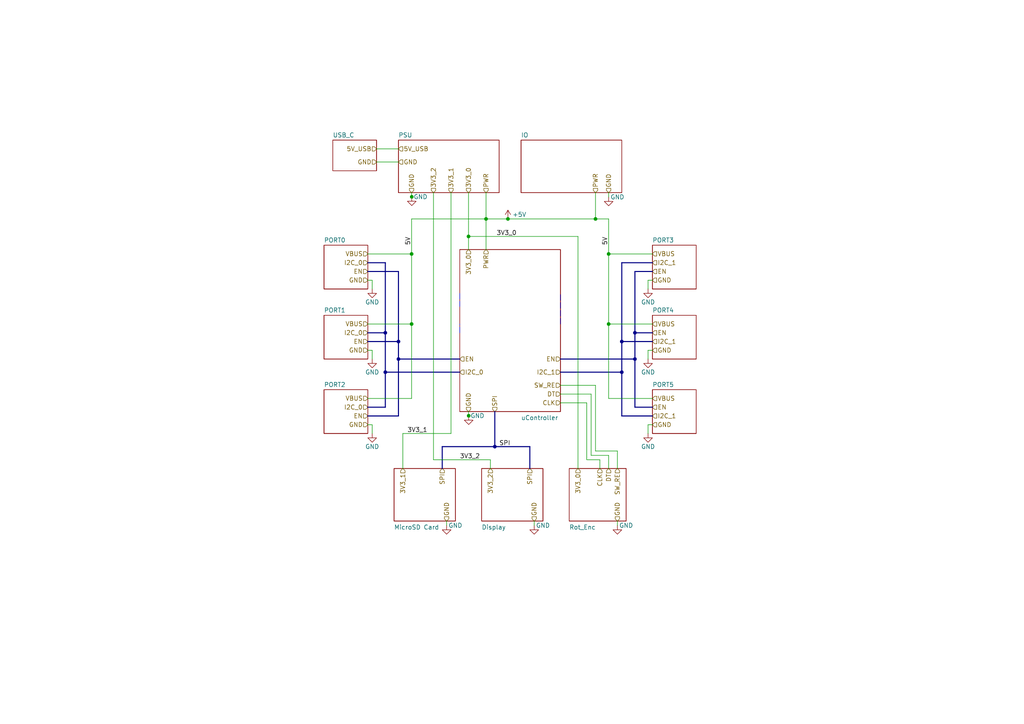
<source format=kicad_sch>
(kicad_sch (version 20211123) (generator eeschema)
  (paper "A4")
  (title_block (date "2022-12-27") (rev "0.1") (company "ncAudio"))
  (lib_symbols
    (symbol "power:+5V" (power) (pin_names (offset 0))
      (property "Value" "+5V" (at 0 3.556 0))
      (symbol "+5V_0_1"
        (polyline (pts (xy -0.762 1.27) (xy 0 2.54)))
        (polyline (pts (xy 0 0) (xy 0 2.54)))
        (polyline (pts (xy 0 2.54) (xy 0.762 1.27)))
      )
      (symbol "+5V_1_1"
        (pin power_in line (at 0 0 90) (length 0) hide (name "+5V") (number "1"))
      )
    )
    (symbol "power:GND" (power) (pin_names (offset 0))
      (property "Value" "GND" (at 0 -3.81 0))
      (symbol "GND_0_1"
        (polyline (pts (xy 0 0) (xy 0 -1.27) (xy 1.27 -1.27) (xy 0 -2.54) (xy -1.27 -1.27) (xy 0 -1.27)))
      )
      (symbol "GND_1_1"
        (pin power_in line (at 0 0 270) (length 0) hide (name "GND") (number "1"))
      )
    )
  )
  (junction (at 180.34 99.06))
  (junction (at 143.51 129.54))
  (junction (at 135.89 68.58))
  (junction (at 176.53 93.98))
  (junction (at 119.38 73.66))
  (junction (at 119.4316 57.0879))
  (junction (at 115.57 104.14))
  (junction (at 115.57 99.06))
  (junction (at 147.32 63.5))
  (junction (at 180.34 107.95))
  (junction (at 184.15 96.52))
  (junction (at 119.38 93.98))
  (junction (at 135.9416 120.5879))
  (junction (at 140.97 63.5))
  (junction (at 172.72 63.5))
  (junction (at 184.15 104.14))
  (junction (at 111.76 107.95))
  (junction (at 111.76 96.52))
  (junction (at 176.53 73.66))
  (wire (pts (xy 140.97 63.5) (xy 140.97 72.39)))
  (wire (pts (xy 119.38 73.66) (xy 119.38 93.98)))
  (bus (pts (xy 162.56 104.14) (xy 184.15 104.14)))
  (wire (pts (xy 176.53 132.08) (xy 176.53 135.89)))
  (wire (pts (xy 176.53 115.57) (xy 189.23 115.57)))
  (bus (pts (xy 143.51 129.54) (xy 153.67 129.54)))
  (wire (pts (xy 119.38 55.88) (xy 119.38 57.15)))
  (wire (pts (xy 187.96 123.19) (xy 189.23 123.19)))
  (wire (pts (xy 176.53 93.98) (xy 176.53 115.57)))
  (wire (pts (xy 187.96 101.6) (xy 189.23 101.6)))
  (wire (pts (xy 135.89 119.38) (xy 135.89 120.65)))
  (wire (pts (xy 106.68 101.6) (xy 107.95 101.6)))
  (bus (pts (xy 184.15 104.14) (xy 184.15 118.11)))
  (wire (pts (xy 176.53 63.5) (xy 172.72 63.5)))
  (bus (pts (xy 180.34 120.65) (xy 189.23 120.65)))
  (wire (pts (xy 189.23 73.66) (xy 176.53 73.66)))
  (bus (pts (xy 189.23 78.74) (xy 184.15 78.74)))
  (wire (pts (xy 172.72 130.81) (xy 172.72 111.76)))
  (wire (pts (xy 171.45 114.3) (xy 171.45 132.08)))
  (wire (pts (xy 106.68 115.57) (xy 119.38 115.57)))
  (wire (pts (xy 172.72 111.76) (xy 162.56 111.76)))
  (wire (pts (xy 109.22 43.18) (xy 115.57 43.18)))
  (wire (pts (xy 130.81 125.73) (xy 116.84 125.73)))
  (bus (pts (xy 184.15 96.52) (xy 189.23 96.52)))
  (wire (pts (xy 106.68 81.28) (xy 107.95 81.28)))
  (wire (pts (xy 125.73 133.35) (xy 142.24 133.35)))
  (bus (pts (xy 111.76 107.95) (xy 133.35 107.95)))
  (wire (pts (xy 176.53 55.88) (xy 176.53 57.15)))
  (bus (pts (xy 111.76 118.11) (xy 111.76 107.95)))
  (bus (pts (xy 111.76 107.95) (xy 111.76 96.52)))
  (bus (pts (xy 184.15 96.52) (xy 184.15 104.14)))
  (wire (pts (xy 176.53 93.98) (xy 189.23 93.98)))
  (bus (pts (xy 189.23 76.2) (xy 180.34 76.2)))
  (wire (pts (xy 173.99 135.89) (xy 173.99 133.35)))
  (bus (pts (xy 180.34 99.06) (xy 180.34 107.95)))
  (wire (pts (xy 187.96 81.28) (xy 189.23 81.28)))
  (wire (pts (xy 167.64 68.58) (xy 167.64 135.89)))
  (polyline (pts (xy 133.35 96.52) (xy 133.35 93.98)))
  (bus (pts (xy 184.15 118.11) (xy 189.23 118.11)))
  (wire (pts (xy 142.24 133.35) (xy 142.24 135.89)))
  (wire (pts (xy 162.56 114.3) (xy 171.45 114.3)))
  (wire (pts (xy 179.07 151.13) (xy 179.07 152.4)))
  (wire (pts (xy 147.32 63.5) (xy 172.72 63.5)))
  (wire (pts (xy 170.18 133.35) (xy 170.18 116.84)))
  (bus (pts (xy 106.68 118.11) (xy 111.76 118.11)))
  (bus (pts (xy 111.76 96.52) (xy 106.68 96.52)))
  (polyline (pts (xy 133.35 85.09) (xy 133.35 88.9)))
  (wire (pts (xy 187.96 104.14) (xy 187.96 101.6)))
  (bus (pts (xy 106.68 99.06) (xy 115.57 99.06)))
  (wire (pts (xy 147.32 63.5) (xy 140.97 63.5)))
  (bus (pts (xy 111.76 76.2) (xy 106.68 76.2)))
  (wire (pts (xy 179.07 135.89) (xy 179.07 130.81)))
  (wire (pts (xy 135.89 68.58) (xy 167.64 68.58)))
  (wire (pts (xy 107.95 125.73) (xy 107.95 123.19)))
  (bus (pts (xy 143.51 119.38) (xy 143.51 129.54)))
  (wire (pts (xy 179.07 130.81) (xy 172.72 130.81)))
  (wire (pts (xy 106.68 73.66) (xy 119.38 73.66)))
  (polyline (pts (xy 162.56 93.98) (xy 162.56 85.09)))
  (wire (pts (xy 135.89 55.88) (xy 135.89 68.58)))
  (wire (pts (xy 130.81 55.88) (xy 130.81 125.73)))
  (wire (pts (xy 106.68 123.19) (xy 107.95 123.19)))
  (wire (pts (xy 119.38 63.5) (xy 119.38 73.66)))
  (bus (pts (xy 162.56 107.95) (xy 180.34 107.95)))
  (wire (pts (xy 187.96 125.73) (xy 187.96 123.19)))
  (bus (pts (xy 180.34 99.06) (xy 189.23 99.06)))
  (wire (pts (xy 119.38 63.5) (xy 140.97 63.5)))
  (bus (pts (xy 115.57 99.06) (xy 115.57 78.74)))
  (wire (pts (xy 173.99 133.35) (xy 170.18 133.35)))
  (wire (pts (xy 171.45 132.08) (xy 176.53 132.08)))
  (bus (pts (xy 115.57 78.74) (xy 106.68 78.74)))
  (wire (pts (xy 140.97 55.88) (xy 140.97 63.5)))
  (wire (pts (xy 172.72 55.88) (xy 172.72 63.5)))
  (wire (pts (xy 129.54 151.13) (xy 129.54 152.4)))
  (wire (pts (xy 107.95 83.82) (xy 107.95 81.28)))
  (bus (pts (xy 115.57 104.14) (xy 115.57 120.65)))
  (bus (pts (xy 128.27 129.54) (xy 143.51 129.54)))
  (bus (pts (xy 115.57 120.65) (xy 106.68 120.65)))
  (bus (pts (xy 184.15 78.74) (xy 184.15 96.52)))
  (bus (pts (xy 180.34 107.95) (xy 180.34 120.65)))
  (wire (pts (xy 107.95 104.14) (xy 107.95 101.6)))
  (wire (pts (xy 176.53 73.66) (xy 176.53 93.98)))
  (bus (pts (xy 153.67 129.54) (xy 153.67 135.89)))
  (bus (pts (xy 115.57 104.14) (xy 115.57 99.06)))
  (wire (pts (xy 170.18 116.84) (xy 162.56 116.84)))
  (wire (pts (xy 109.22 46.99) (xy 115.57 46.99)))
  (bus (pts (xy 111.76 96.52) (xy 111.76 76.2)))
  (wire (pts (xy 116.84 125.73) (xy 116.84 135.89)))
  (wire (pts (xy 154.94 151.13) (xy 154.94 152.4)))
  (bus (pts (xy 128.27 129.54) (xy 128.27 135.89)))
  (bus (pts (xy 133.35 104.14) (xy 115.57 104.14)))
  (wire (pts (xy 187.96 83.82) (xy 187.96 81.28)))
  (wire (pts (xy 125.73 55.88) (xy 125.73 133.35)))
  (wire (pts (xy 135.89 68.58) (xy 135.89 72.39)))
  (wire (pts (xy 176.53 73.66) (xy 176.53 63.5)))
  (wire (pts (xy 119.38 93.98) (xy 119.38 115.57)))
  (bus (pts (xy 180.34 76.2) (xy 180.34 99.06)))
  (wire (pts (xy 106.68 93.98) (xy 119.38 93.98)))
  (label "3V3_2" (at 133.35 133.35 0))
  (label "SPI" (at 144.78 129.54 0))
  (label "3V3_0" (at 149.86 68.58 180))
  (label "5V" (at 176.53 71.12 90))
  (label "5V" (at 119.38 71.12 90))
  (label "3V3_1" (at 118.11 125.73 0))
  (hierarchical_label "GND" (shape input) (at 106.7032 101.5798 180))
  (hierarchical_label "I2C_1" (shape input) (at 189.23 120.65 0))
  (hierarchical_label "3V3_0" (shape input) (at 135.89 72.39 270))
  (hierarchical_label "EN" (shape input) (at 106.68 120.65 180))
  (hierarchical_label "CLK" (shape input) (at 162.56 116.84 180))
  (hierarchical_label "GND" (shape input) (at 154.94 151.13 90))
  (hierarchical_label "VBUS" (shape input) (at 189.2068 73.6287 0))
  (hierarchical_label "GND" (shape input) (at 179.07 151.13 90))
  (hierarchical_label "SW_RE" (shape input) (at 179.07 135.89 270))
  (hierarchical_label "EN" (shape input) (at 189.23 96.52 0))
  (hierarchical_label "I2C_1" (shape input) (at 189.23 99.06 0))
  (hierarchical_label "GND" (shape input) (at 189.23 123.19 0))
  (hierarchical_label "3V3_2" (shape input) (at 142.24 135.89 270))
  (hierarchical_label "GND" (shape input) (at 189.2068 81.2598 0))
  (hierarchical_label "SPI" (shape input) (at 143.51 119.38 90))
  (hierarchical_label "PWR" (shape input) (at 172.72 55.88 90))
  (hierarchical_label "SW_RE" (shape input) (at 162.56 111.76 180))
  (hierarchical_label "3V3_2" (shape input) (at 125.73 55.88 90))
  (hierarchical_label "VBUS" (shape input) (at 106.7032 115.5387 180))
  (hierarchical_label "GND" (shape input) (at 119.38 55.88 90))
  (hierarchical_label "EN" (shape input) (at 189.23 118.11 0))
  (hierarchical_label "EN" (shape input) (at 106.68 78.74 180))
  (hierarchical_label "5V_USB" (shape input) (at 115.57 43.18 0))
  (hierarchical_label "EN" (shape input) (at 133.35 104.14 0))
  (hierarchical_label "DT" (shape input) (at 162.56 114.3 180))
  (hierarchical_label "3V3_0" (shape input) (at 135.89 55.88 90))
  (hierarchical_label "5V_USB" (shape input) (at 109.22 43.18 180))
  (hierarchical_label "I2C_0" (shape input) (at 106.68 96.52 180))
  (hierarchical_label "DT" (shape input) (at 176.53 135.89 270))
  (hierarchical_label "GND" (shape input) (at 129.54 151.13 90))
  (hierarchical_label "I2C_1" (shape input) (at 162.56 107.95 180))
  (hierarchical_label "GND" (shape input) (at 106.7032 81.2598 180))
  (hierarchical_label "GND" (shape input) (at 115.57 46.99 0))
  (hierarchical_label "SPI" (shape input) (at 153.67 135.89 270))
  (hierarchical_label "PWR" (shape input) (at 140.97 72.39 270))
  (hierarchical_label "GND" (shape input) (at 135.89 119.38 90))
  (hierarchical_label "GND" (shape input) (at 109.22 46.99 180))
  (hierarchical_label "GND" (shape input) (at 189.23 101.6 0))
  (hierarchical_label "PWR" (shape input) (at 140.97 55.88 90))
  (hierarchical_label "VBUS" (shape input) (at 189.23 93.98 0))
  (hierarchical_label "VBUS" (shape input) (at 106.7032 73.6287 180))
  (hierarchical_label "3V3_1" (shape input) (at 130.81 55.88 90))
  (hierarchical_label "VBUS" (shape input) (at 189.23 115.57 0))
  (hierarchical_label "I2C_1" (shape input) (at 189.23 76.2 0))
  (hierarchical_label "I2C_0" (shape input) (at 106.68 76.2 180))
  (hierarchical_label "I2C_0" (shape input) (at 106.68 118.11 180))
  (hierarchical_label "VBUS" (shape input) (at 106.7032 93.9487 180))
  (hierarchical_label "EN" (shape input) (at 106.68 99.06 180))
  (hierarchical_label "GND" (shape input) (at 106.7032 123.1698 180))
  (hierarchical_label "SPI" (shape input) (at 128.27 135.89 270))
  (hierarchical_label "I2C_0" (shape input) (at 133.35 107.95 0))
  (hierarchical_label "3V3_0" (shape input) (at 167.64 135.89 270))
  (hierarchical_label "3V3_1" (shape input) (at 116.84 135.89 270))
  (hierarchical_label "CLK" (shape input) (at 173.99 135.89 270))
  (hierarchical_label "GND" (shape input) (at 176.53 55.88 90))
  (hierarchical_label "EN" (shape input) (at 189.23 78.74 0))
  (hierarchical_label "EN" (shape input) (at 162.56 104.14 180))
  (symbol (lib_id "power:GND") (at 176.53 57.15 0) (unit 1)
    (property "Reference" "#PWR?" (effects hide))
    (property "Value" "GND" (at 179.07 57.15 0))
  )
  (symbol (lib_id "power:GND") (at 107.95 104.14 0) (unit 1)
    (property "Reference" "#PWR?" (effects hide))
    (property "Value" "GND" (at 107.95 107.95 0))
  )
  (symbol (lib_id "power:GND") (at 187.96 125.73 0) (unit 1)
    (property "Reference" "#PWR?" (effects hide))
    (property "Value" "GND" (at 187.96 129.54 0))
  )
  (symbol (lib_id "power:GND") (at 129.54 152.4 0) (unit 1)
    (property "Reference" "#PWR?" (effects hide))
    (property "Value" "GND" (at 132.08 152.4 0))
  )
  (symbol (lib_id "power:+5V") (at 147.32 63.5 0) (unit 1)
    (property "Reference" "#PWR?" (effects hide))
    (property "Value" "+5V" (at 148.59 62.23 0) (effects (justify left)))
  )
  (symbol (lib_id "power:GND") (at 187.96 83.82 0) (unit 1)
    (property "Reference" "#PWR?" (effects hide))
    (property "Value" "GND" (at 187.96 87.63 0))
  )
  (symbol (lib_id "power:GND") (at 179.07 152.4 0) (unit 1)
    (property "Reference" "#PWR?" (effects hide))
    (property "Value" "GND" (at 181.61 152.4 0))
  )
  (symbol (lib_id "power:GND") (at 107.95 83.82 0) (unit 1)
    (property "Reference" "#PWR?" (effects hide))
    (property "Value" "GND" (at 107.95 87.63 0))
  )
  (symbol (lib_id "power:GND") (at 154.94 152.4 0) (unit 1)
    (property "Reference" "#PWR?" (effects hide))
    (property "Value" "GND" (at 157.48 152.4 0))
  )
  (symbol (lib_id "power:GND") (at 135.9416 120.5879 0) (unit 1)
    (property "Reference" "#PWR?" (effects hide))
    (property "Value" "GND" (at 138.4816 120.5879 0))
  )
  (symbol (lib_id "power:GND") (at 119.4316 57.0879 0) (unit 1)
    (property "Reference" "#PWR?" (effects hide))
    (property "Value" "GND" (at 121.9716 57.0879 0))
  )
  (symbol (lib_id "power:GND") (at 107.95 125.73 0) (unit 1)
    (property "Reference" "#PWR?" (effects hide))
    (property "Value" "GND" (at 107.95 129.54 0))
  )
  (symbol (lib_id "power:GND") (at 187.96 104.14 0) (unit 1)
    (property "Reference" "#PWR?" (effects hide))
    (property "Value" "GND" (at 187.96 107.95 0))
  )
  (sheet (at 189.23 113.03) (size 12.7 12.7) (stroke (width 0.1524))
    (property "Sheet name" "PORT5" (at 189.23 112.3184 0) (effects (justify left bottom)))
    (property "Sheet file" "PORT5.kicad_sch" (effects hide))
  )
  (sheet (at 189.23 91.44) (size 12.7 12.7) (stroke (width 0.1524))
    (property "Sheet name" "PORT4" (at 189.23 90.7284 0) (effects (justify left bottom)))
    (property "Sheet file" "PORT4.kicad_sch" (effects hide))
  )
  (sheet (at 93.98 113.03) (size 12.7 12.7) (stroke (width 0.1524))
    (property "Sheet name" "PORT2" (at 93.98 112.3184 0) (effects (justify left bottom)))
    (property "Sheet file" "PORT2.kicad_sch" (effects hide))
  )
  (sheet (at 114.3 135.89) (size 17.78 15.24) (stroke (width 0.1524))
    (property "Sheet name" "MicroSD Card" (at 114.3 153.67 0) (effects (justify left bottom)))
    (property "Sheet file" "microSD_Card.kicad_sch" (effects hide))
  )
  (sheet (at 139.7 135.89) (size 17.78 15.24) (stroke (width 0.1524))
    (property "Sheet name" "Display" (at 139.7 153.67 0) (effects (justify left bottom)))
    (property "Sheet file" "display.kicad_sch" (effects hide))
  )
  (sheet (at 165.1 135.89) (size 16.51 15.24) (stroke (width 0.1524))
    (property "Sheet name" "Rot_Enc" (at 165.1 153.67 0) (effects (justify left bottom)))
    (property "Sheet file" "rot_enc.kicad_sch" (effects hide))
  )
  (sheet (at 93.98 91.44) (size 12.7 12.7) (stroke (width 0.1524))
    (property "Sheet name" "PORT1" (at 93.98 90.7284 0) (effects (justify left bottom)))
    (property "Sheet file" "PORT1.kicad_sch" (effects hide))
  )
  (sheet (at 96.52 40.64) (size 12.7 8.89) (stroke (width 0.1524))
    (property "Sheet name" "USB_C" (at 96.52 39.9284 0) (effects (justify left bottom)))
    (property "Sheet file" "USB_C.kicad_sch" (effects hide))
  )
  (sheet (at 151.13 40.64) (size 29.21 15.24) (stroke (width 0.1524))
    (property "Sheet name" "IO" (at 151.13 39.9284 0) (effects (justify left bottom)))
    (property "Sheet file" "IO.kicad_sch" (effects hide))
  )
  (sheet (at 189.23 71.12) (size 12.7 12.7) (stroke (width 0.1524))
    (property "Sheet name" "PORT3" (at 189.23 70.4084 0) (effects (justify left bottom)))
    (property "Sheet file" "PORT3.kicad_sch" (effects hide))
  )
  (sheet (at 115.57 40.64) (size 29.21 15.24) (stroke (width 0.1524))
    (property "Sheet name" "PSU" (at 115.57 39.9284 0) (effects (justify left bottom)))
    (property "Sheet file" "PSU.kicad_sch" (effects hide))
  )
  (sheet (at 133.35 72.39) (size 29.21 46.99) (stroke (width 0.1524))
    (property "Sheet name" "uController" (at 151.13 121.92 0) (effects (justify left bottom)))
    (property "Sheet file" "uController.kicad_sch" (effects hide))
  )
  (sheet (at 93.98 71.12) (size 12.7 12.7) (stroke (width 0.1524))
    (property "Sheet name" "PORT0" (at 93.98 70.4084 0) (effects (justify left bottom)))
    (property "Sheet file" "PORT0.kicad_sch" (effects hide))
  )
)
</source>
